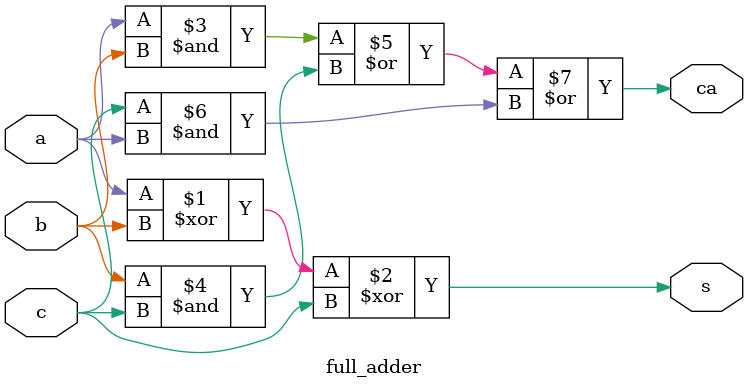
<source format=v>
`timescale 1ns / 1ps

module rpa(
input [3:0]a,b,
input cin,
output [3:0]s,
output c_out
    );
    wire [2:0]c;
    full_adder fa1(a[0],b[0],cin,s[0],c[0]);
    full_adder fa2(a[1],b[1],c[0],s[1],c[1]);
    full_adder fa3(a[2],b[2],c[1],s[2],c[2]);
    full_adder fa4(a[3],b[3],c[2],s[3],c_out);
    
endmodule
module full_adder(a,b,c,s,ca);
input a,b,c;
output s,ca;
assign s=a^b^c;
assign ca=(a&b)|(b&c)|(c&a);
endmodule

</source>
